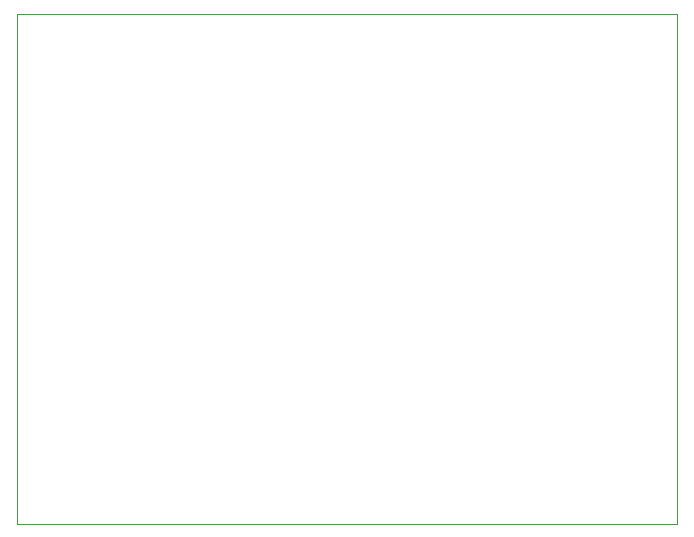
<source format=gbr>
%TF.GenerationSoftware,KiCad,Pcbnew,(6.0.9-0)*%
%TF.CreationDate,2023-02-11T15:38:09+01:00*%
%TF.ProjectId,CurrentLoopConverter,43757272-656e-4744-9c6f-6f70436f6e76,rev?*%
%TF.SameCoordinates,Original*%
%TF.FileFunction,Profile,NP*%
%FSLAX46Y46*%
G04 Gerber Fmt 4.6, Leading zero omitted, Abs format (unit mm)*
G04 Created by KiCad (PCBNEW (6.0.9-0)) date 2023-02-11 15:38:09*
%MOMM*%
%LPD*%
G01*
G04 APERTURE LIST*
%TA.AperFunction,Profile*%
%ADD10C,0.100000*%
%TD*%
G04 APERTURE END LIST*
D10*
X134620000Y-127000000D02*
X134620000Y-83820000D01*
X78740000Y-127000000D02*
X134620000Y-127000000D01*
X78740000Y-83820000D02*
X78740000Y-127000000D01*
X134620000Y-83820000D02*
X78740000Y-83820000D01*
M02*

</source>
